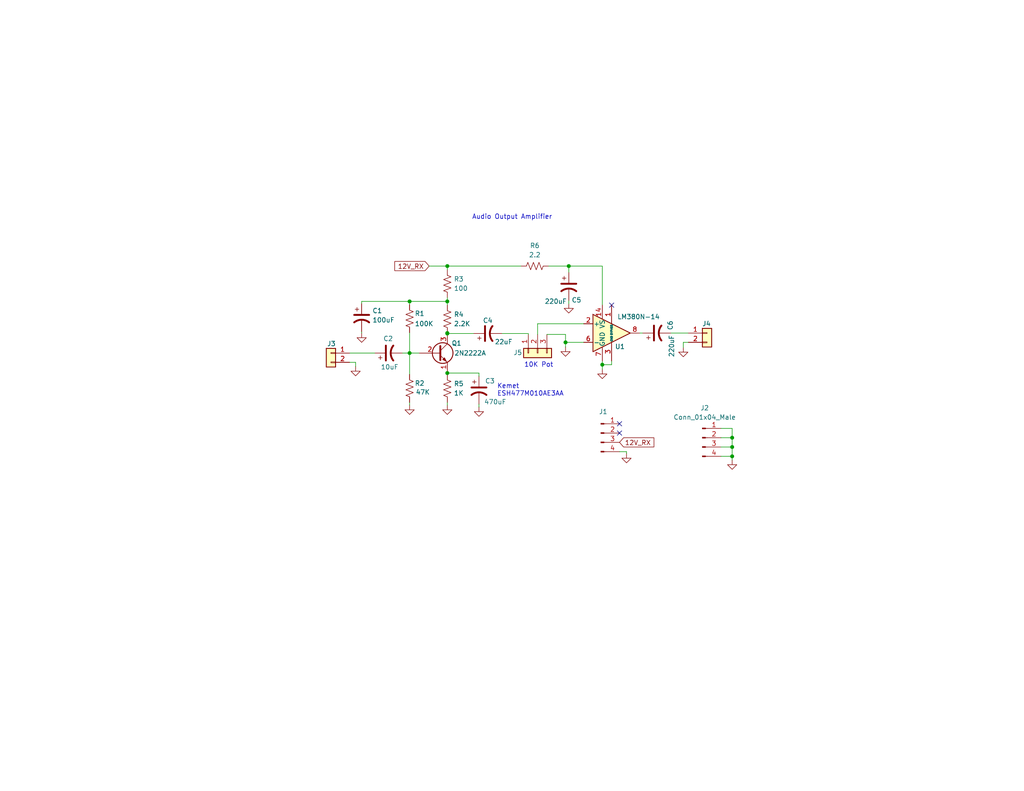
<source format=kicad_sch>
(kicad_sch (version 20211123) (generator eeschema)
  (paper "USLetter")
  (title_block (title "Pssst Audio Output Amplifier") (date "2022-12-29") (rev "A"))
  (lib_symbols
    (symbol "K7TFC_Connectors:Conn_01x02" (pin_names (offset 1.016) hide)
      (property "Reference" "J" (at 0 2.54 0))
      (property "Value" "Conn_01x02" (at 0 -5.08 0))
      (symbol "Conn_01x02_1_1"
        (rectangle (start -1.27 -2.413) (end 0 -2.667) (stroke (width 0.1524)))
        (rectangle (start -1.27 0.127) (end 0 -0.127) (stroke (width 0.1524)))
        (rectangle (start -1.27 1.27) (end 1.27 -3.81) (stroke (width 0.254)) (fill (type background)))
        (pin passive line (at -5.08 0 0) (length 3.81) (name "Pin_1") (number "1"))
        (pin passive line (at -5.08 -2.54 0) (length 3.81) (name "Pin_2") (number "2"))
      )
    )
    (symbol "K7TFC_Connectors:Conn_01x03" (pin_names (offset 1.016) hide)
      (property "Reference" "J" (at 0 5.08 0))
      (property "Value" "Conn_01x03" (at 0 -5.08 0))
      (symbol "Conn_01x03_1_1"
        (rectangle (start -1.27 -2.413) (end 0 -2.667) (stroke (width 0.1524)))
        (rectangle (start -1.27 0.127) (end 0 -0.127) (stroke (width 0.1524)))
        (rectangle (start -1.27 2.667) (end 0 2.413) (stroke (width 0.1524)))
        (rectangle (start -1.27 3.81) (end 1.27 -3.81) (stroke (width 0.254)) (fill (type background)))
        (pin passive line (at -5.08 2.54 0) (length 3.81) (name "Pin_1") (number "1"))
        (pin passive line (at -5.08 0 0) (length 3.81) (name "Pin_2") (number "2"))
        (pin passive line (at -5.08 -2.54 0) (length 3.81) (name "Pin_3") (number "3"))
      )
    )
    (symbol "K7TFC_Connectors:Conn_01x04_Male" (pin_names (offset 1.016) hide)
      (property "Reference" "J" (at 0 5.08 0))
      (property "Value" "Conn_01x04_Male" (at 0 -7.62 0))
      (symbol "Conn_01x04_Male_1_1"
        (polyline (pts (xy 1.27 -5.08) (xy 0.8636 -5.08)) (stroke (width 0.1524)))
        (polyline (pts (xy 1.27 -2.54) (xy 0.8636 -2.54)) (stroke (width 0.1524)))
        (polyline (pts (xy 1.27 0) (xy 0.8636 0)) (stroke (width 0.1524)))
        (polyline (pts (xy 1.27 2.54) (xy 0.8636 2.54)) (stroke (width 0.1524)))
        (rectangle (start 0.8636 -4.953) (end 0 -5.207) (stroke (width 0.1524)) (fill (type outline)))
        (rectangle (start 0.8636 -2.413) (end 0 -2.667) (stroke (width 0.1524)) (fill (type outline)))
        (rectangle (start 0.8636 0.127) (end 0 -0.127) (stroke (width 0.1524)) (fill (type outline)))
        (rectangle (start 0.8636 2.667) (end 0 2.413) (stroke (width 0.1524)) (fill (type outline)))
        (pin passive line (at 5.08 2.54 180) (length 3.81) (name "Pin_1") (number "1"))
        (pin passive line (at 5.08 0 180) (length 3.81) (name "Pin_2") (number "2"))
        (pin passive line (at 5.08 -2.54 180) (length 3.81) (name "Pin_3") (number "3"))
        (pin passive line (at 5.08 -5.08 180) (length 3.81) (name "Pin_4") (number "4"))
      )
    )
    (symbol "K7TFC_ICs:LM380N-14" (pin_names (offset 0.127))
      (property "Reference" "U" (at 6.35 6.35 0))
      (property "Value" "LM380N-14" (at 6.35 3.81 0))
      (symbol "LM380N-14_0_1"
        (polyline (pts (xy -5.08 5.08) (xy 5.08 0) (xy -5.08 -5.08) (xy -5.08 5.08)) (stroke (width 0.254)) (fill (type background)))
      )
      (symbol "LM380N-14_1_1"
        (pin passive line (at 0 7.62 270) (length 5.08) (name "BYPASS") (number "1"))
        (pin passive line (at 0 -7.62 90) (length 5.08) hide (name "GND") (number "10"))
        (pin passive line (at 0 -7.62 90) (length 5.08) hide (name "GND") (number "11"))
        (pin passive line (at 0 -7.62 90) (length 5.08) hide (name "GND") (number "12"))
        (pin no_connect line (at 0 -2.54 90) (length 2.54) hide (name "NC") (number "13"))
        (pin power_in line (at -2.54 7.62 270) (length 3.81) (name "VS") (number "14"))
        (pin input line (at -7.62 2.54 0) (length 2.54) (name "+") (number "2"))
        (pin power_in line (at 0 -7.62 90) (length 5.08) (name "GND") (number "3"))
        (pin passive line (at 0 -7.62 90) (length 5.08) hide (name "GND") (number "4"))
        (pin passive line (at 0 -7.62 90) (length 5.08) hide (name "GND") (number "5"))
        (pin input line (at -7.62 -2.54 0) (length 2.54) (name "-") (number "6"))
        (pin power_in line (at -2.54 -7.62 90) (length 3.81) (name "GND") (number "7"))
        (pin output line (at 7.62 0 180) (length 2.54) (name "~") (number "8"))
        (pin no_connect line (at 0 2.54 270) (length 2.54) hide (name "NC") (number "9"))
      )
    )
    (symbol "K7TFC_Passives:CP1" (pin_numbers hide) (pin_names (offset 0.254) hide)
      (property "Reference" "C" (at 0.635 2.54 0))
      (property "Value" "CP1" (at 0.635 -2.54 0))
      (symbol "CP1_0_1"
        (polyline (pts (xy -2.032 0.762) (xy 2.032 0.762)) (stroke (width 0.508)))
        (polyline (pts (xy -1.778 2.286) (xy -0.762 2.286)))
        (polyline (pts (xy -1.27 1.778) (xy -1.27 2.794)))
        (arc (start 2.032 -1.27) (mid 0 -0.5572) (end -2.032 -1.27) (stroke (width 0.508)))
      )
      (symbol "CP1_1_1"
        (pin passive line (at 0 3.81 270) (length 2.794) (name "~") (number "1"))
        (pin passive line (at 0 -3.81 90) (length 3.302) (name "~") (number "2"))
      )
    )
    (symbol "K7TFC_Passives:R_US" (pin_numbers hide) (pin_names (offset 0))
      (property "Reference" "R" (at 2.54 0 90))
      (property "Value" "R_US" (at -2.54 0 90))
      (symbol "R_US_0_1"
        (polyline (pts (xy 0 -2.286) (xy 0 -2.54)))
        (polyline (pts (xy 0 2.286) (xy 0 2.54)))
        (polyline (pts (xy 0 -0.762) (xy 1.016 -1.143) (xy 0 -1.524) (xy -1.016 -1.905) (xy 0 -2.286)))
        (polyline (pts (xy 0 0.762) (xy 1.016 0.381) (xy 0 0) (xy -1.016 -0.381) (xy 0 -0.762)))
        (polyline (pts (xy 0 2.286) (xy 1.016 1.905) (xy 0 1.524) (xy -1.016 1.143) (xy 0 0.762)))
      )
      (symbol "R_US_1_1"
        (pin passive line (at 0 3.81 270) (length 1.27) (name "~") (number "1"))
        (pin passive line (at 0 -3.81 90) (length 1.27) (name "~") (number "2"))
      )
    )
    (symbol "K7TFC_Transistors:2N2222A_TO92" (pin_names (offset 0) hide)
      (property "Reference" "Q1" (at 3.683 2.667 0))
      (property "Value" "2N2222A" (at 4.445 0 0))
      (symbol "2N2222A_TO92_0_1"
        (polyline (pts (xy 0.635 0.635) (xy 2.54 2.54)))
        (polyline (pts (xy 0.635 -0.635) (xy 2.54 -2.54) (xy 2.54 -2.54)))
        (polyline (pts (xy 0.635 1.905) (xy 0.635 -1.905) (xy 0.635 -1.905)) (stroke (width 0.508)))
        (polyline (pts (xy 1.27 -1.778) (xy 1.778 -1.27) (xy 2.286 -2.286) (xy 1.27 -1.778) (xy 1.27 -1.778)) (fill (type outline)))
        (circle (center 1.27 0) (radius 2.8194) (stroke (width 0.254)))
      )
      (symbol "2N2222A_TO92_1_1"
        (pin passive line (at 2.54 -5.08 90) (length 2.54) (name "E") (number "1"))
        (pin passive line (at -5.08 0 0) (length 5.715) (name "B") (number "2"))
        (pin passive line (at 2.54 5.08 270) (length 2.54) (name "C") (number "3"))
      )
    )
    (symbol "power:GND" (power) (pin_names (offset 0))
      (property "Value" "GND" (at 0 -3.81 0))
      (symbol "GND_0_1"
        (polyline (pts (xy 0 0) (xy 0 -1.27) (xy 1.27 -1.27) (xy 0 -2.54) (xy -1.27 -1.27) (xy 0 -1.27)))
      )
      (symbol "GND_1_1"
        (pin power_in line (at 0 0 270) (length 0) hide (name "GND") (number "1"))
      )
    )
  )
  (junction (at 122.047 91.059))
  (junction (at 122.047 90.932))
  (junction (at 164.338 99.568))
  (junction (at 199.771 122.047))
  (junction (at 199.771 124.587))
  (junction (at 122.047 82.296))
  (junction (at 122.047 101.854))
  (junction (at 111.76 82.296))
  (junction (at 155.194 72.644))
  (junction (at 199.771 119.507))
  (junction (at 111.76 96.393))
  (junction (at 122.047 72.644))
  (junction (at 154.305 93.472))
  (no_connect (at 169.037 118.237))
  (no_connect (at 169.037 115.697))
  (no_connect (at 166.878 83.312))
  (wire (pts (xy 122.047 81.28) (xy 122.047 82.296)))
  (wire (pts (xy 122.047 101.854) (xy 130.683 101.854)))
  (wire (pts (xy 164.338 83.312) (xy 164.338 72.644)))
  (wire (pts (xy 169.037 123.317) (xy 170.942 123.317)))
  (wire (pts (xy 122.047 101.854) (xy 122.047 102.235)))
  (wire (pts (xy 111.76 90.805) (xy 111.76 96.393)))
  (wire (pts (xy 146.685 91.313) (xy 146.685 88.392)))
  (wire (pts (xy 199.771 122.047) (xy 199.771 124.587)))
  (wire (pts (xy 122.047 72.644) (xy 117.094 72.644)))
  (wire (pts (xy 111.76 96.393) (xy 114.427 96.393)))
  (wire (pts (xy 122.047 82.296) (xy 111.76 82.296)))
  (wire (pts (xy 154.305 91.313) (xy 149.225 91.313)))
  (wire (pts (xy 98.679 90.551) (xy 98.679 90.932)))
  (wire (pts (xy 97.028 98.933) (xy 97.028 100.076)))
  (wire (pts (xy 199.771 116.967) (xy 199.771 119.507)))
  (wire (pts (xy 146.685 88.392) (xy 159.258 88.392)))
  (wire (pts (xy 155.194 72.644) (xy 155.194 74.422)))
  (wire (pts (xy 166.878 99.568) (xy 164.338 99.568)))
  (wire (pts (xy 122.047 73.66) (xy 122.047 72.644)))
  (wire (pts (xy 98.679 82.296) (xy 98.679 82.931)))
  (wire (pts (xy 187.833 93.472) (xy 186.436 93.472)))
  (wire (pts (xy 154.305 93.472) (xy 159.258 93.472)))
  (wire (pts (xy 166.878 98.552) (xy 166.878 99.568)))
  (wire (pts (xy 136.906 91.059) (xy 144.145 91.059)))
  (wire (pts (xy 164.338 98.552) (xy 164.338 99.568)))
  (wire (pts (xy 196.723 119.507) (xy 199.771 119.507)))
  (wire (pts (xy 130.683 110.363) (xy 130.683 111.125)))
  (wire (pts (xy 155.194 82.042) (xy 155.194 82.931)))
  (wire (pts (xy 111.76 96.393) (xy 111.76 102.235)))
  (wire (pts (xy 164.338 72.644) (xy 155.194 72.644)))
  (wire (pts (xy 154.305 93.472) (xy 154.305 91.313)))
  (wire (pts (xy 170.942 123.317) (xy 170.942 123.825)))
  (wire (pts (xy 155.194 72.644) (xy 149.733 72.644)))
  (wire (pts (xy 111.76 109.855) (xy 111.76 110.617)))
  (wire (pts (xy 183.007 90.932) (xy 187.833 90.932)))
  (wire (pts (xy 109.855 96.393) (xy 111.76 96.393)))
  (wire (pts (xy 95.377 96.393) (xy 102.235 96.393)))
  (wire (pts (xy 122.047 90.932) (xy 122.047 91.059)))
  (wire (pts (xy 144.145 91.059) (xy 144.145 91.313)))
  (wire (pts (xy 154.305 94.742) (xy 154.305 93.472)))
  (wire (pts (xy 196.723 124.587) (xy 199.771 124.587)))
  (wire (pts (xy 199.771 124.587) (xy 199.771 125.603)))
  (wire (pts (xy 199.771 119.507) (xy 199.771 122.047)))
  (wire (pts (xy 122.047 101.473) (xy 122.047 101.854)))
  (wire (pts (xy 122.047 72.644) (xy 142.113 72.644)))
  (wire (pts (xy 95.377 98.933) (xy 97.028 98.933)))
  (wire (pts (xy 122.047 91.059) (xy 129.286 91.059)))
  (wire (pts (xy 111.76 82.296) (xy 98.679 82.296)))
  (wire (pts (xy 196.723 116.967) (xy 199.771 116.967)))
  (wire (pts (xy 122.047 82.296) (xy 122.047 83.312)))
  (wire (pts (xy 122.047 91.059) (xy 122.047 91.313)))
  (wire (pts (xy 196.723 122.047) (xy 199.771 122.047)))
  (wire (pts (xy 186.436 93.472) (xy 186.436 94.869)))
  (wire (pts (xy 111.76 82.296) (xy 111.76 83.185)))
  (wire (pts (xy 130.683 101.854) (xy 130.683 102.743)))
  (wire (pts (xy 122.047 109.855) (xy 122.047 110.617)))
  (wire (pts (xy 174.498 90.932) (xy 175.387 90.932)))
  (wire (pts (xy 164.338 99.568) (xy 164.338 100.838)))
  (text "10K Pot" (at 143.002 100.457 0) (effects (font (size 1.27 1.27)) (justify left bottom)))
  (text "Kemet\nESH477M010AE3AA" (at 135.636 108.331 0) (effects (font (size 1.27 1.27)) (justify left bottom)))
  (text "Audio Output Amplifier" (at 128.778 60.071 0) (effects (font (size 1.27 1.27)) (justify left bottom)))
  (global_label "12V_RX" (shape input) (at 117.094 72.644 180) (property "Intersheet References" "${INTERSHEET_REFS}" (effects hide)))
  (global_label "12V_RX" (shape input) (at 169.037 120.777 0) (property "Intersheet References" "${INTERSHEET_REFS}" (effects hide)))
  (symbol (lib_id "power:GND") (at 186.436 94.869 0) (unit 1)
    (property "Reference" "#PWR0112" (effects hide))
    (property "Value" "GND" (effects hide))
  )
  (symbol (lib_id "power:GND") (at 130.683 111.125 0) (unit 1)
    (property "Reference" "#PWR0103" (effects hide))
    (property "Value" "GND" (effects hide))
  )
  (symbol (lib_id "K7TFC_Passives:R_US") (at 122.047 106.045 0) (unit 1)
    (property "Reference" "R5" (at 123.825 104.7749 0) (effects (justify left)))
    (property "Value" "1K" (at 123.825 107.3149 0) (effects (justify left)))
    (property "Footprint" "K7TFC_Passives:Resistor_Quarter_Watt_P10.16mm_Horizontal" (effects hide))
  )
  (symbol (lib_id "K7TFC_Passives:CP1") (at 179.197 90.932 90) (unit 1)
    (property "Reference" "C6" (at 182.88 90.17 0) (effects (justify left)))
    (property "Value" "220uF" (at 183.261 97.536 0) (effects (justify left)))
    (property "Footprint" "Capacitor_THT:CP_Radial_D5.0mm_P2.00mm" (effects hide))
  )
  (symbol (lib_id "K7TFC_Connectors:Conn_01x02") (at 90.297 96.393 0) (mirror y) (unit 1)
    (property "Reference" "J3" (at 90.424 93.853 0))
    (property "Value" "Conn_01x02" (effects hide))
    (property "Footprint" "K7TFC:SMA_EdgeMount_0.062_Samtec_wHoles" (effects hide))
  )
  (symbol (lib_id "power:GND") (at 164.338 100.838 0) (unit 1)
    (property "Reference" "#PWR0108" (effects hide))
    (property "Value" "GND" (effects hide))
  )
  (symbol (lib_id "K7TFC_Transistors:2N2222A_TO92") (at 119.507 96.393 0) (unit 1)
    (property "Reference" "Q1" (at 123.19 93.726 0) (effects (justify left)))
    (property "Value" "2N2222A" (at 123.952 96.393 0) (effects (justify left)))
    (property "Footprint" "Package_TO_SOT_THT:TO-18-3" (effects hide))
  )
  (symbol (lib_id "power:GND") (at 98.679 90.932 0) (unit 1)
    (property "Reference" "#PWR0102" (effects hide))
    (property "Value" "GND" (effects hide))
  )
  (symbol (lib_id "K7TFC_ICs:LM380N-14") (at 166.878 90.932 0) (unit 1)
    (property "Reference" "U1" (at 169.164 94.615 0))
    (property "Value" "LM380N-14" (at 174.244 86.487 0))
    (property "Footprint" "Package_DIP:DIP-14_W7.62mm" (effects hide))
  )
  (symbol (lib_id "K7TFC_Passives:R_US") (at 122.047 77.47 0) (unit 1)
    (property "Reference" "R3" (at 123.825 76.1999 0) (effects (justify left)))
    (property "Value" "100" (at 123.825 78.7399 0) (effects (justify left)))
    (property "Footprint" "K7TFC_Passives:Resistor_Quarter_Watt_P10.16mm_Horizontal" (effects hide))
  )
  (symbol (lib_id "power:GND") (at 122.047 110.617 0) (unit 1)
    (property "Reference" "#PWR0104" (effects hide))
    (property "Value" "GND" (effects hide))
  )
  (symbol (lib_id "power:GND") (at 155.194 82.931 0) (unit 1)
    (property "Reference" "#PWR0106" (effects hide))
    (property "Value" "GND" (effects hide))
  )
  (symbol (lib_id "K7TFC_Passives:R_US") (at 145.923 72.644 90) (unit 1)
    (property "Reference" "R6" (at 145.923 67.056 90))
    (property "Value" "2.2" (at 145.923 69.596 90))
    (property "Footprint" "K7TFC_Passives:Resistor_Quarter_Watt_P10.16mm_Horizontal" (effects hide))
  )
  (symbol (lib_id "K7TFC_Connectors:Conn_01x04_Male") (at 191.643 119.507 0) (unit 1)
    (property "Reference" "J2" (at 192.278 111.379 0))
    (property "Value" "Conn_01x04_Male" (at 192.278 113.919 0))
    (property "Footprint" "Connector_PinHeader_2.54mm:PinHeader_1x04_P2.54mm_Vertical" (effects hide))
  )
  (symbol (lib_id "power:GND") (at 199.771 125.603 0) (unit 1)
    (property "Reference" "#PWR0110" (effects hide))
    (property "Value" "GND" (effects hide))
  )
  (symbol (lib_id "K7TFC_Connectors:Conn_01x04_Male") (at 163.957 118.237 0) (unit 1)
    (property "Reference" "J1" (at 164.592 112.395 0))
    (property "Value" "Conn_01x04_Male" (effects hide))
    (property "Footprint" "Connector_PinHeader_2.54mm:PinHeader_1x04_P2.54mm_Vertical" (effects hide))
  )
  (symbol (lib_id "K7TFC_Passives:CP1") (at 98.679 86.741 0) (unit 1)
    (property "Reference" "C1" (at 101.6 84.8359 0) (effects (justify left)))
    (property "Value" "100uF" (at 101.6 87.3759 0) (effects (justify left)))
    (property "Footprint" "Capacitor_THT:CP_Radial_D5.0mm_P2.00mm" (effects hide))
  )
  (symbol (lib_id "K7TFC_Passives:CP1") (at 130.683 106.553 0) (unit 1)
    (property "Reference" "C3" (at 132.334 104.013 0) (effects (justify left)))
    (property "Value" "470uF" (at 132.08 109.728 0) (effects (justify left)))
    (property "Footprint" "Capacitor_THT:CP_Radial_D6.3mm_P2.50mm" (effects hide))
  )
  (symbol (lib_id "power:GND") (at 111.76 110.617 0) (unit 1)
    (property "Reference" "#PWR0105" (effects hide))
    (property "Value" "GND" (effects hide))
  )
  (symbol (lib_id "power:GND") (at 154.305 94.742 0) (unit 1)
    (property "Reference" "#PWR0107" (effects hide))
    (property "Value" "GND" (effects hide))
  )
  (symbol (lib_id "K7TFC_Connectors:Conn_01x02") (at 192.913 90.932 0) (unit 1)
    (property "Reference" "J4" (at 192.786 88.392 0))
    (property "Value" "Conn_01x02" (effects hide))
    (property "Footprint" "K7TFC:SMA_EdgeMount_0.062_Samtec_wHoles" (effects hide))
  )
  (symbol (lib_id "K7TFC_Passives:CP1") (at 155.194 78.232 0) (unit 1)
    (property "Reference" "C5" (at 155.956 81.915 0) (effects (justify left)))
    (property "Value" "220uF" (at 148.59 82.296 0) (effects (justify left)))
    (property "Footprint" "Capacitor_THT:CP_Radial_D5.0mm_P2.00mm" (effects hide))
  )
  (symbol (lib_id "K7TFC_Passives:R_US") (at 122.047 87.122 0) (unit 1)
    (property "Reference" "R4" (at 123.825 85.8519 0) (effects (justify left)))
    (property "Value" "2.2K" (at 123.825 88.3919 0) (effects (justify left)))
    (property "Footprint" "K7TFC_Passives:Resistor_Quarter_Watt_P10.16mm_Horizontal" (effects hide))
  )
  (symbol (lib_id "power:GND") (at 97.028 100.076 0) (unit 1)
    (property "Reference" "#PWR0101" (effects hide))
    (property "Value" "GND" (effects hide))
  )
  (symbol (lib_id "K7TFC_Passives:R_US") (at 111.76 86.995 0) (unit 1)
    (property "Reference" "R1" (at 113.157 85.598 0) (effects (justify left)))
    (property "Value" "100K" (at 113.157 88.392 0) (effects (justify left)))
    (property "Footprint" "K7TFC_Passives:Resistor_Quarter_Watt_P10.16mm_Horizontal" (effects hide))
  )
  (symbol (lib_id "K7TFC_Passives:CP1") (at 106.045 96.393 90) (unit 1)
    (property "Reference" "C2" (at 105.918 92.456 90))
    (property "Value" "10uF" (at 106.299 100.203 90))
    (property "Footprint" "Capacitor_THT:CP_Radial_D5.0mm_P2.00mm" (effects hide))
  )
  (symbol (lib_id "K7TFC_Passives:CP1") (at 133.096 91.059 90) (unit 1)
    (property "Reference" "C4" (at 133.096 87.503 90))
    (property "Value" "22uF" (at 137.414 93.345 90))
    (property "Footprint" "Capacitor_THT:CP_Radial_D5.0mm_P2.00mm" (effects hide))
  )
  (symbol (lib_id "K7TFC_Passives:R_US") (at 111.76 106.045 0) (unit 1)
    (property "Reference" "R2" (at 113.157 104.648 0) (effects (justify left)))
    (property "Value" "47K" (at 113.411 107.061 0) (effects (justify left)))
    (property "Footprint" "K7TFC_Passives:Resistor_Quarter_Watt_P10.16mm_Horizontal" (effects hide))
  )
  (symbol (lib_id "power:GND") (at 170.942 123.825 0) (unit 1)
    (property "Reference" "#PWR0109" (effects hide))
    (property "Value" "GND" (effects hide))
  )
  (symbol (lib_id "K7TFC_Connectors:Conn_01x03") (at 146.685 96.393 90) (mirror x) (unit 1)
    (property "Reference" "J5" (at 140.081 96.266 90) (effects (justify right)))
    (property "Value" "Conn_01x03" (effects hide))
    (property "Footprint" "Connector_PinHeader_2.54mm:PinHeader_1x03_P2.54mm_Vertical" (effects hide))
  )
)
</source>
